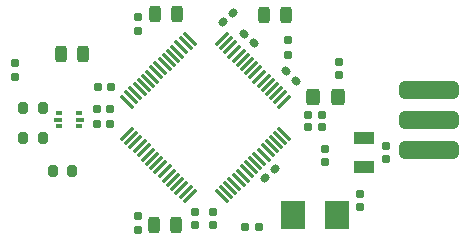
<source format=gtp>
G04 #@! TF.GenerationSoftware,KiCad,Pcbnew,7.0.6*
G04 #@! TF.CreationDate,2024-02-06T23:19:41+01:00*
G04 #@! TF.ProjectId,USB2CANv2,55534232-4341-44e7-9632-2e6b69636164,0_2*
G04 #@! TF.SameCoordinates,Original*
G04 #@! TF.FileFunction,Paste,Top*
G04 #@! TF.FilePolarity,Positive*
%FSLAX46Y46*%
G04 Gerber Fmt 4.6, Leading zero omitted, Abs format (unit mm)*
G04 Created by KiCad (PCBNEW 7.0.6) date 2024-02-06 23:19:41*
%MOMM*%
%LPD*%
G01*
G04 APERTURE LIST*
G04 Aperture macros list*
%AMRoundRect*
0 Rectangle with rounded corners*
0 $1 Rounding radius*
0 $2 $3 $4 $5 $6 $7 $8 $9 X,Y pos of 4 corners*
0 Add a 4 corners polygon primitive as box body*
4,1,4,$2,$3,$4,$5,$6,$7,$8,$9,$2,$3,0*
0 Add four circle primitives for the rounded corners*
1,1,$1+$1,$2,$3*
1,1,$1+$1,$4,$5*
1,1,$1+$1,$6,$7*
1,1,$1+$1,$8,$9*
0 Add four rect primitives between the rounded corners*
20,1,$1+$1,$2,$3,$4,$5,0*
20,1,$1+$1,$4,$5,$6,$7,0*
20,1,$1+$1,$6,$7,$8,$9,0*
20,1,$1+$1,$8,$9,$2,$3,0*%
G04 Aperture macros list end*
%ADD10RoundRect,0.200000X0.200000X0.275000X-0.200000X0.275000X-0.200000X-0.275000X0.200000X-0.275000X0*%
%ADD11R,0.500000X0.375000*%
%ADD12R,0.650000X0.300000*%
%ADD13RoundRect,0.155000X0.155000X-0.212500X0.155000X0.212500X-0.155000X0.212500X-0.155000X-0.212500X0*%
%ADD14RoundRect,0.155000X-0.212500X-0.155000X0.212500X-0.155000X0.212500X0.155000X-0.212500X0.155000X0*%
%ADD15RoundRect,0.160000X-0.160000X0.197500X-0.160000X-0.197500X0.160000X-0.197500X0.160000X0.197500X0*%
%ADD16RoundRect,0.250000X-0.325000X-0.450000X0.325000X-0.450000X0.325000X0.450000X-0.325000X0.450000X0*%
%ADD17RoundRect,0.243750X-0.243750X-0.456250X0.243750X-0.456250X0.243750X0.456250X-0.243750X0.456250X0*%
%ADD18RoundRect,0.381000X2.119000X0.381000X-2.119000X0.381000X-2.119000X-0.381000X2.119000X-0.381000X0*%
%ADD19R,2.000000X2.400000*%
%ADD20R,1.800000X1.000000*%
%ADD21RoundRect,0.075000X0.548008X0.441942X0.441942X0.548008X-0.548008X-0.441942X-0.441942X-0.548008X0*%
%ADD22RoundRect,0.075000X0.548008X-0.441942X-0.441942X0.548008X-0.548008X0.441942X0.441942X-0.548008X0*%
%ADD23RoundRect,0.155000X0.212500X0.155000X-0.212500X0.155000X-0.212500X-0.155000X0.212500X-0.155000X0*%
%ADD24RoundRect,0.155000X-0.259862X0.040659X0.040659X-0.259862X0.259862X-0.040659X-0.040659X0.259862X0*%
%ADD25RoundRect,0.200000X-0.200000X-0.275000X0.200000X-0.275000X0.200000X0.275000X-0.200000X0.275000X0*%
%ADD26RoundRect,0.155000X-0.155000X0.212500X-0.155000X-0.212500X0.155000X-0.212500X0.155000X0.212500X0*%
%ADD27RoundRect,0.243750X0.243750X0.456250X-0.243750X0.456250X-0.243750X-0.456250X0.243750X-0.456250X0*%
%ADD28RoundRect,0.155000X-0.040659X-0.259862X0.259862X0.040659X0.040659X0.259862X-0.259862X-0.040659X0*%
G04 APERTURE END LIST*
D10*
X131635000Y-96774000D03*
X129985000Y-96774000D03*
D11*
X134708000Y-98327500D03*
D12*
X134783000Y-97790000D03*
D11*
X134708000Y-97252500D03*
X133008000Y-97252500D03*
D12*
X132933000Y-97790000D03*
D11*
X133008000Y-98327500D03*
D13*
X158496000Y-105215500D03*
X158496000Y-104080500D03*
D14*
X154118500Y-98425000D03*
X155253500Y-98425000D03*
D15*
X139700000Y-105955500D03*
X139700000Y-107150500D03*
D16*
X154550000Y-95885000D03*
X156600000Y-95885000D03*
D13*
X156718000Y-92904500D03*
X156718000Y-94039500D03*
D15*
X139670000Y-89142500D03*
X139670000Y-90337500D03*
D10*
X131635000Y-99314000D03*
X129985000Y-99314000D03*
D17*
X141162500Y-88870000D03*
X143037500Y-88870000D03*
X141048500Y-106679999D03*
X142923500Y-106679999D03*
D18*
X164338000Y-100330000D03*
X164338000Y-97790000D03*
X164338000Y-95250000D03*
D19*
X152836000Y-105867200D03*
X156536000Y-105867200D03*
D20*
X158877000Y-99334000D03*
X158877000Y-101834000D03*
D15*
X152400000Y-91096500D03*
X152400000Y-92291500D03*
D21*
X144079219Y-104302081D03*
X143725666Y-103948528D03*
X143372113Y-103594975D03*
X143018559Y-103241421D03*
X142665006Y-102887868D03*
X142311452Y-102534314D03*
X141957899Y-102180761D03*
X141604346Y-101827208D03*
X141250792Y-101473654D03*
X140897239Y-101120101D03*
X140543686Y-100766548D03*
X140190132Y-100412994D03*
X139836579Y-100059441D03*
X139483025Y-99705887D03*
X139129472Y-99352334D03*
X138775919Y-98998781D03*
D22*
X138775919Y-96276419D03*
X139129472Y-95922866D03*
X139483025Y-95569313D03*
X139836579Y-95215759D03*
X140190132Y-94862206D03*
X140543686Y-94508652D03*
X140897239Y-94155099D03*
X141250792Y-93801546D03*
X141604346Y-93447992D03*
X141957899Y-93094439D03*
X142311452Y-92740886D03*
X142665006Y-92387332D03*
X143018559Y-92033779D03*
X143372113Y-91680225D03*
X143725666Y-91326672D03*
X144079219Y-90973119D03*
D21*
X146801581Y-90973119D03*
X147155134Y-91326672D03*
X147508687Y-91680225D03*
X147862241Y-92033779D03*
X148215794Y-92387332D03*
X148569348Y-92740886D03*
X148922901Y-93094439D03*
X149276454Y-93447992D03*
X149630008Y-93801546D03*
X149983561Y-94155099D03*
X150337114Y-94508652D03*
X150690668Y-94862206D03*
X151044221Y-95215759D03*
X151397775Y-95569313D03*
X151751328Y-95922866D03*
X152104881Y-96276419D03*
D22*
X152104881Y-98998781D03*
X151751328Y-99352334D03*
X151397775Y-99705887D03*
X151044221Y-100059441D03*
X150690668Y-100412994D03*
X150337114Y-100766548D03*
X149983561Y-101120101D03*
X149630008Y-101473654D03*
X149276454Y-101827208D03*
X148922901Y-102180761D03*
X148569348Y-102534314D03*
X148215794Y-102887868D03*
X147862241Y-103241421D03*
X147508687Y-103594975D03*
X147155134Y-103948528D03*
X146801581Y-104302081D03*
D23*
X137371900Y-98145600D03*
X136236900Y-98145600D03*
D24*
X152252717Y-93705717D03*
X153055283Y-94508283D03*
D23*
X137422700Y-95046800D03*
X136287700Y-95046800D03*
D24*
X148696717Y-90530717D03*
X149499283Y-91333283D03*
D17*
X133174500Y-92202000D03*
X135049500Y-92202000D03*
D25*
X132474200Y-102108000D03*
X134124200Y-102108000D03*
D23*
X149919500Y-106908600D03*
X148784500Y-106908600D03*
D26*
X160731200Y-100016500D03*
X160731200Y-101151500D03*
D14*
X154118500Y-97409000D03*
X155253500Y-97409000D03*
D23*
X137371900Y-96875600D03*
X136236900Y-96875600D03*
D26*
X146050000Y-105604500D03*
X146050000Y-106739500D03*
X144551400Y-105604500D03*
X144551400Y-106739500D03*
D27*
X152219900Y-88900000D03*
X150344900Y-88900000D03*
D26*
X155549600Y-100270500D03*
X155549600Y-101405500D03*
D15*
X129286000Y-92988200D03*
X129286000Y-94183200D03*
D28*
X146918717Y-89555283D03*
X147721283Y-88752717D03*
X150474717Y-102763283D03*
X151277283Y-101960717D03*
M02*

</source>
